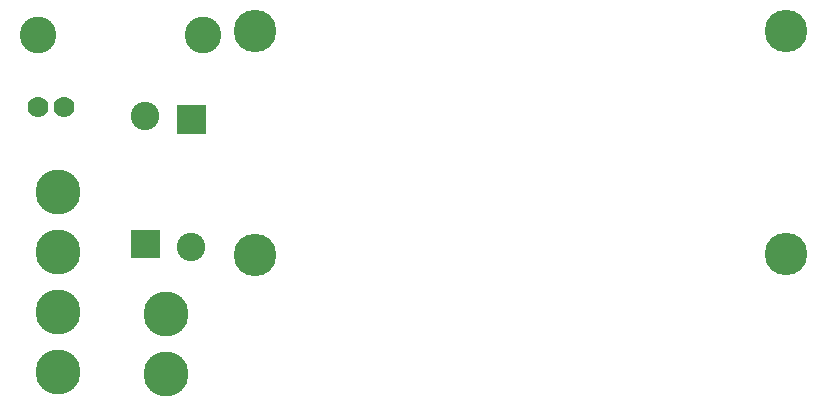
<source format=gbr>
G04 start of page 2 for group 0 idx 0 *
G04 Title: (unknown), top *
G04 Creator: pcb 20110918 *
G04 CreationDate: sön  3 jan 2016 17:39:44 UTC *
G04 For: mohsen *
G04 Format: Gerber/RS-274X *
G04 PCB-Dimensions: 600000 500000 *
G04 PCB-Coordinate-Origin: lower left *
%MOIN*%
%FSLAX25Y25*%
%LNTOP*%
%ADD21C,0.0630*%
%ADD20C,0.0430*%
%ADD19C,0.0220*%
%ADD18C,0.0433*%
%ADD17C,0.0420*%
%ADD16C,0.1417*%
%ADD15C,0.1500*%
%ADD14C,0.0700*%
%ADD13C,0.0950*%
%ADD12C,0.1221*%
%ADD11C,0.0001*%
G54D11*G36*
X64029Y456867D02*Y447367D01*
X73529D01*
Y456867D01*
X64029D01*
G37*
G54D12*X17661Y480299D03*
X72779D03*
G54D13*X53465Y453155D03*
G54D14*X17804Y456409D03*
X26465D03*
G54D13*X68779Y409617D03*
G54D15*X60197Y367339D03*
Y387339D03*
G54D11*G36*
X48715Y415405D02*Y405905D01*
X58215D01*
Y415405D01*
X48715D01*
G37*
G54D16*X89969Y406819D03*
X267134Y407212D03*
G54D15*X24260Y388063D03*
Y428024D03*
Y408024D03*
Y368063D03*
G54D16*X89969Y481622D03*
X267134D03*
G54D17*G54D18*G54D17*G54D19*G54D17*G54D20*G54D17*G54D21*G54D20*G54D21*M02*

</source>
